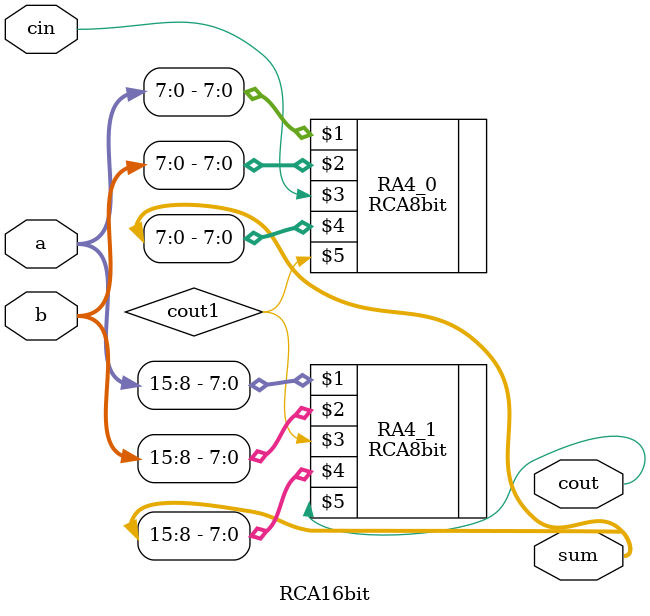
<source format=v>
`include "RCA8bit.v"
module RCA16bit(a,b,cin,sum,cout);

input [15:0] a;
input [15:0] b;
input cin;

	// Outputs
output [15:0] sum;
output cout;//temporary variable as wire

wire cout1;
RCA8bit RA4_0(a[7:0],b[7:0],cin,sum[7:0],cout1);
RCA8bit RA4_1(a[15:8],b[15:8],cout1,sum[15:8],cout);

endmodule
</source>
